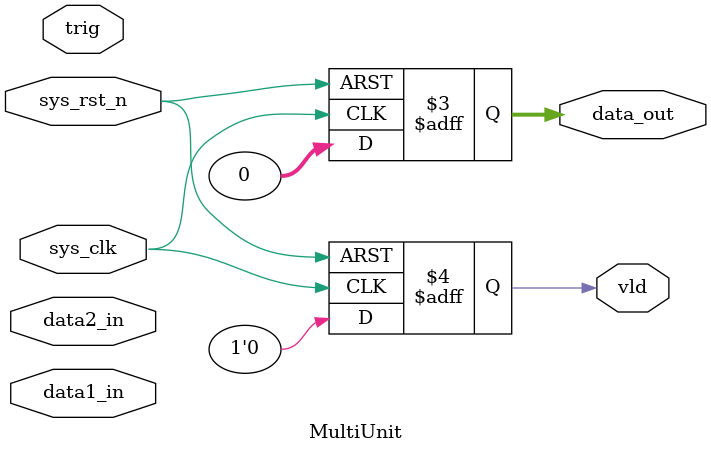
<source format=v>
module MultiUnit(
    input                       sys_clk         ,
    input                       sys_rst_n       ,
    // dataflow
    input           [31:0]      data1_in        ,
    input           [31:0]      data2_in        ,
    output  reg     [31:0]      data_out        ,
    // control
    input                       trig            ,
    output  reg                 vld
);

always@(posedge sys_clk or negedge sys_rst_n) begin
    if(~sys_rst_n) begin
        data_out <= 0;
        vld <= 0;
    end
    else begin
        data_out <= 0;
        vld <= 0;
    end
end






endmodule

</source>
